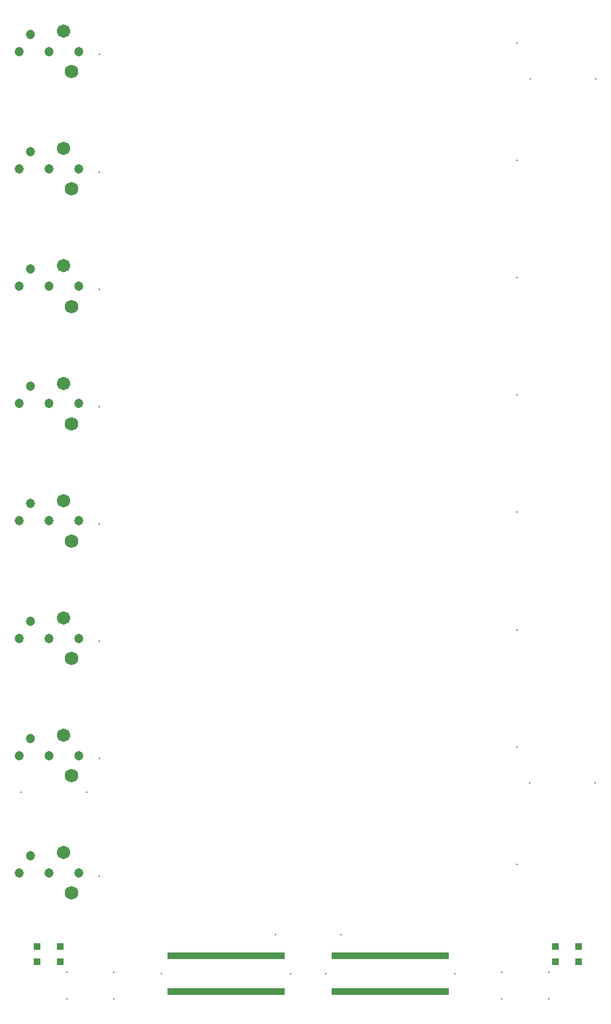
<source format=gbs>
G04*
G04 #@! TF.GenerationSoftware,Altium Limited,Altium Designer,19.1.6 (110)*
G04*
G04 Layer_Color=16711935*
%FSLAX25Y25*%
%MOIN*%
G70*
G01*
G75*
%ADD41C,0.00800*%
%ADD42C,0.06706*%
%ADD43C,0.04737*%
%ADD45C,0.06890*%
%ADD54R,0.01981X0.03556*%
%ADD55R,0.03359X0.03556*%
D41*
X260630Y78740D02*
D03*
X50394Y72835D02*
D03*
X50394Y250000D02*
D03*
X260631Y255906D02*
D03*
X260630Y314961D02*
D03*
X50394Y309055D02*
D03*
X50393Y368108D02*
D03*
X260630Y374013D02*
D03*
Y433069D02*
D03*
X50393Y427163D02*
D03*
Y486218D02*
D03*
X260630Y492124D02*
D03*
X260629Y196849D02*
D03*
X50393Y190944D02*
D03*
X50394Y131890D02*
D03*
X260631Y137795D02*
D03*
X81693Y23622D02*
D03*
X146653D02*
D03*
X229331D02*
D03*
X164370D02*
D03*
X253150Y24311D02*
D03*
Y11024D02*
D03*
X276772D02*
D03*
Y24311D02*
D03*
X57874Y11122D02*
D03*
Y24409D02*
D03*
X34252D02*
D03*
Y11122D02*
D03*
X44094Y115157D02*
D03*
X11024D02*
D03*
X267323Y474016D02*
D03*
X300394D02*
D03*
X300000Y119685D02*
D03*
X266929D02*
D03*
X138976Y43307D02*
D03*
X172047D02*
D03*
D42*
X32559Y84606D02*
D03*
X32560Y261772D02*
D03*
X32559Y320827D02*
D03*
X32559Y379879D02*
D03*
Y438935D02*
D03*
Y497990D02*
D03*
X32558Y202715D02*
D03*
X32560Y143661D02*
D03*
D43*
X40040Y74410D02*
D03*
X25079D02*
D03*
X10119D02*
D03*
X15630Y83073D02*
D03*
X15631Y260238D02*
D03*
X10119Y251575D02*
D03*
X25080D02*
D03*
X40040D02*
D03*
X40040Y310630D02*
D03*
X25079D02*
D03*
X10119D02*
D03*
X15630Y319293D02*
D03*
X15630Y378346D02*
D03*
X10118Y369683D02*
D03*
X25078D02*
D03*
X40039D02*
D03*
Y428738D02*
D03*
X25078D02*
D03*
X10118D02*
D03*
X15630Y437401D02*
D03*
Y496456D02*
D03*
X10118Y487793D02*
D03*
X25078D02*
D03*
X40039D02*
D03*
X40038Y192518D02*
D03*
X25078D02*
D03*
X10117D02*
D03*
X15629Y201181D02*
D03*
X15631Y142128D02*
D03*
X10119Y133465D02*
D03*
X25080D02*
D03*
X40040D02*
D03*
D45*
X36496Y64213D02*
D03*
X36497Y123268D02*
D03*
Y182323D02*
D03*
Y241378D02*
D03*
X36496Y300433D02*
D03*
X36496Y359486D02*
D03*
Y418541D02*
D03*
Y477596D02*
D03*
D54*
X117126Y32677D02*
D03*
X115157D02*
D03*
X121063D02*
D03*
X123031D02*
D03*
X113189D02*
D03*
X111221D02*
D03*
X107283D02*
D03*
X109252D02*
D03*
X105315D02*
D03*
X103346D02*
D03*
X99409D02*
D03*
X101378D02*
D03*
X130905D02*
D03*
X128937D02*
D03*
X125000D02*
D03*
X126969D02*
D03*
X138779D02*
D03*
X136811D02*
D03*
X132874D02*
D03*
X134843D02*
D03*
X140748D02*
D03*
X142717D02*
D03*
X95472D02*
D03*
X97441D02*
D03*
X119095D02*
D03*
X85630D02*
D03*
X89567D02*
D03*
X87598D02*
D03*
X91535D02*
D03*
X93504D02*
D03*
X134843Y14567D02*
D03*
X136811D02*
D03*
X140748D02*
D03*
X138779D02*
D03*
X142717D02*
D03*
X109252D02*
D03*
X130905D02*
D03*
X132874D02*
D03*
X85630D02*
D03*
X87598D02*
D03*
X93504D02*
D03*
X95472D02*
D03*
X91535D02*
D03*
X89567D02*
D03*
X101378D02*
D03*
X103346D02*
D03*
X99409D02*
D03*
X97441D02*
D03*
X126969D02*
D03*
X128937D02*
D03*
X125000D02*
D03*
X123031D02*
D03*
X119095D02*
D03*
X121063D02*
D03*
X117126D02*
D03*
X115157D02*
D03*
X105315D02*
D03*
X107283D02*
D03*
X113189D02*
D03*
X111221D02*
D03*
X193898D02*
D03*
X195866D02*
D03*
X189961D02*
D03*
X187992D02*
D03*
X197835D02*
D03*
X199803D02*
D03*
X203740D02*
D03*
X201772D02*
D03*
X205709D02*
D03*
X207677D02*
D03*
X211614D02*
D03*
X209646D02*
D03*
X180118D02*
D03*
X182087D02*
D03*
X186024D02*
D03*
X184055D02*
D03*
X172244D02*
D03*
X174213D02*
D03*
X178150D02*
D03*
X176181D02*
D03*
X170276D02*
D03*
X168307D02*
D03*
X215551D02*
D03*
X213583D02*
D03*
X191929D02*
D03*
X225394D02*
D03*
X221457D02*
D03*
X223425D02*
D03*
X219488D02*
D03*
X217520D02*
D03*
X176181Y32677D02*
D03*
X174213D02*
D03*
X170276D02*
D03*
X172244D02*
D03*
X168307D02*
D03*
X201772D02*
D03*
X180118D02*
D03*
X178150D02*
D03*
X225394D02*
D03*
X223425D02*
D03*
X217520D02*
D03*
X215551D02*
D03*
X219488D02*
D03*
X221457D02*
D03*
X209646D02*
D03*
X207677D02*
D03*
X211614D02*
D03*
X213583D02*
D03*
X184055D02*
D03*
X182087D02*
D03*
X186024D02*
D03*
X187992D02*
D03*
X191929D02*
D03*
X189961D02*
D03*
X193898D02*
D03*
X195866D02*
D03*
X205709D02*
D03*
X203740D02*
D03*
X197835D02*
D03*
X199803D02*
D03*
D55*
X19193Y37205D02*
D03*
X30807Y29724D02*
D03*
X19193D02*
D03*
X30807Y37205D02*
D03*
X291831D02*
D03*
X280217Y29724D02*
D03*
X291831D02*
D03*
X280217Y37205D02*
D03*
M02*

</source>
